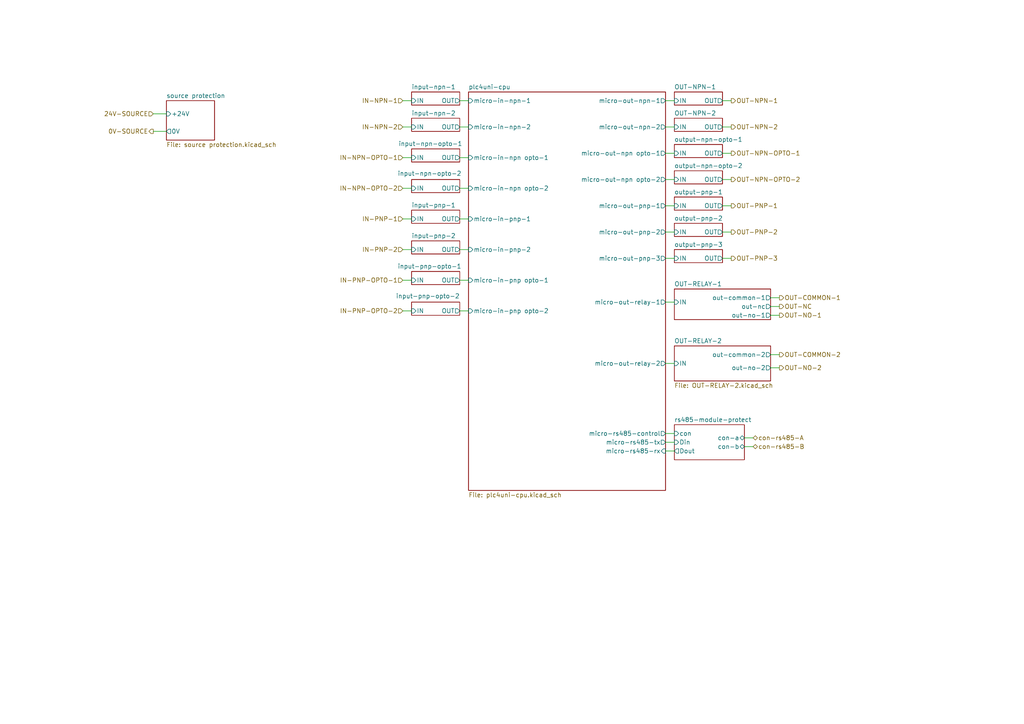
<source format=kicad_sch>
(kicad_sch
	(version 20250114)
	(generator "eeschema")
	(generator_version "9.0")
	(uuid "108a2b00-63fb-4531-b432-4e190b2d8ee6")
	(paper "A4")
	(lib_symbols)
	(wire
		(pts
			(xy 209.55 74.93) (xy 212.09 74.93)
		)
		(stroke
			(width 0)
			(type default)
		)
		(uuid "08e2428c-6899-469c-b433-cecf74bb0e9b")
	)
	(wire
		(pts
			(xy 133.35 63.5) (xy 135.89 63.5)
		)
		(stroke
			(width 0)
			(type default)
		)
		(uuid "0bc9b6be-5cdc-4ee6-8e0e-39d28396e47e")
	)
	(wire
		(pts
			(xy 209.55 29.21) (xy 212.09 29.21)
		)
		(stroke
			(width 0)
			(type default)
		)
		(uuid "12563cf5-327a-46d7-8d76-5d10a4101e4b")
	)
	(wire
		(pts
			(xy 223.52 102.87) (xy 226.06 102.87)
		)
		(stroke
			(width 0)
			(type default)
		)
		(uuid "1257bb80-4274-4699-8bf1-182e3d15f6d3")
	)
	(wire
		(pts
			(xy 116.84 63.5) (xy 119.38 63.5)
		)
		(stroke
			(width 0)
			(type default)
		)
		(uuid "158c3a5d-6702-44e8-a264-b8c7b03699c8")
	)
	(wire
		(pts
			(xy 133.35 54.61) (xy 135.89 54.61)
		)
		(stroke
			(width 0)
			(type default)
		)
		(uuid "178b2a28-925c-4acd-abc2-0ee5f7035520")
	)
	(wire
		(pts
			(xy 193.04 74.93) (xy 195.58 74.93)
		)
		(stroke
			(width 0)
			(type default)
		)
		(uuid "1cbb8e10-156f-4d85-8142-74ad761bcc51")
	)
	(wire
		(pts
			(xy 193.04 105.41) (xy 195.58 105.41)
		)
		(stroke
			(width 0)
			(type default)
		)
		(uuid "1de3b157-452b-44ab-bf7b-28efd5ac835f")
	)
	(wire
		(pts
			(xy 209.55 44.45) (xy 212.09 44.45)
		)
		(stroke
			(width 0)
			(type default)
		)
		(uuid "1e9a1edc-150e-4a19-98d5-1e277596b6d5")
	)
	(wire
		(pts
			(xy 116.84 29.21) (xy 119.38 29.21)
		)
		(stroke
			(width 0)
			(type default)
		)
		(uuid "2ba707cf-9454-40a6-b7a1-1f0a61a364e0")
	)
	(wire
		(pts
			(xy 193.04 87.63) (xy 195.58 87.63)
		)
		(stroke
			(width 0)
			(type default)
		)
		(uuid "30ebae37-a35d-40ca-8f6e-68888cc93512")
	)
	(wire
		(pts
			(xy 223.52 91.44) (xy 226.06 91.44)
		)
		(stroke
			(width 0)
			(type default)
		)
		(uuid "3e595b28-5351-4c03-8aad-36b17380d608")
	)
	(wire
		(pts
			(xy 209.55 59.69) (xy 212.09 59.69)
		)
		(stroke
			(width 0)
			(type default)
		)
		(uuid "44a9a054-2aa7-49a2-9dae-043d62551458")
	)
	(wire
		(pts
			(xy 193.04 36.83) (xy 195.58 36.83)
		)
		(stroke
			(width 0)
			(type default)
		)
		(uuid "4548bc9c-ad10-4e5b-826c-e7409e4e790f")
	)
	(wire
		(pts
			(xy 116.84 45.72) (xy 119.38 45.72)
		)
		(stroke
			(width 0)
			(type default)
		)
		(uuid "4794d94a-79b0-46e3-aec6-5e814c907279")
	)
	(wire
		(pts
			(xy 223.52 86.36) (xy 226.06 86.36)
		)
		(stroke
			(width 0)
			(type default)
		)
		(uuid "4cca040e-80fa-49ba-aa86-e5ac502928ee")
	)
	(wire
		(pts
			(xy 193.04 128.27) (xy 195.58 128.27)
		)
		(stroke
			(width 0)
			(type default)
		)
		(uuid "57d7d43c-3eaf-464b-ad38-56b66b1e89c1")
	)
	(wire
		(pts
			(xy 133.35 29.21) (xy 135.89 29.21)
		)
		(stroke
			(width 0)
			(type default)
		)
		(uuid "5a447963-c15f-4bcb-96cb-c25007c782ed")
	)
	(wire
		(pts
			(xy 133.35 45.72) (xy 135.89 45.72)
		)
		(stroke
			(width 0)
			(type default)
		)
		(uuid "5a9c0d4a-7b0e-43a5-9a63-6afb1609f990")
	)
	(wire
		(pts
			(xy 215.9 127) (xy 218.44 127)
		)
		(stroke
			(width 0)
			(type default)
		)
		(uuid "6591e24e-7c7a-4321-bb0d-3546c6e67406")
	)
	(wire
		(pts
			(xy 116.84 81.28) (xy 119.38 81.28)
		)
		(stroke
			(width 0)
			(type default)
		)
		(uuid "696ab09e-ff9f-4bf2-a22a-d9255af69731")
	)
	(wire
		(pts
			(xy 193.04 130.81) (xy 195.58 130.81)
		)
		(stroke
			(width 0)
			(type default)
		)
		(uuid "779c8005-12ce-456f-9d1d-c110055d714e")
	)
	(wire
		(pts
			(xy 116.84 36.83) (xy 119.38 36.83)
		)
		(stroke
			(width 0)
			(type default)
		)
		(uuid "7921fd0d-8d7d-432f-8470-c5d0e7099288")
	)
	(wire
		(pts
			(xy 44.45 33.02) (xy 48.26 33.02)
		)
		(stroke
			(width 0)
			(type default)
		)
		(uuid "898f87e9-a835-4f0e-b177-58727d678011")
	)
	(wire
		(pts
			(xy 215.9 129.54) (xy 218.44 129.54)
		)
		(stroke
			(width 0)
			(type default)
		)
		(uuid "8b96f23e-fcfc-47f9-aab9-4b55b2cfb986")
	)
	(wire
		(pts
			(xy 209.55 36.83) (xy 212.09 36.83)
		)
		(stroke
			(width 0)
			(type default)
		)
		(uuid "8d7da78e-0b0a-4552-a5ca-cda61331393a")
	)
	(wire
		(pts
			(xy 116.84 54.61) (xy 119.38 54.61)
		)
		(stroke
			(width 0)
			(type default)
		)
		(uuid "968714ba-ca63-4521-b43a-65acc23a71b8")
	)
	(wire
		(pts
			(xy 193.04 52.07) (xy 195.58 52.07)
		)
		(stroke
			(width 0)
			(type default)
		)
		(uuid "96b98948-c2fa-41e5-819a-41c5a80ba4d3")
	)
	(wire
		(pts
			(xy 133.35 36.83) (xy 135.89 36.83)
		)
		(stroke
			(width 0)
			(type default)
		)
		(uuid "9cb07727-1380-4578-ba1b-654046bd84fe")
	)
	(wire
		(pts
			(xy 193.04 44.45) (xy 195.58 44.45)
		)
		(stroke
			(width 0)
			(type default)
		)
		(uuid "adccb5f3-1075-44b6-8503-c4d6aea45c2d")
	)
	(wire
		(pts
			(xy 193.04 67.31) (xy 195.58 67.31)
		)
		(stroke
			(width 0)
			(type default)
		)
		(uuid "b27cac00-8686-4a5d-ae04-ca2f34ee2493")
	)
	(wire
		(pts
			(xy 193.04 125.73) (xy 195.58 125.73)
		)
		(stroke
			(width 0)
			(type default)
		)
		(uuid "b47c16d5-2abd-4112-8c80-2fa90826f77f")
	)
	(wire
		(pts
			(xy 223.52 88.9) (xy 226.06 88.9)
		)
		(stroke
			(width 0)
			(type default)
		)
		(uuid "b8487e61-b337-40d5-8957-40bd7822655d")
	)
	(wire
		(pts
			(xy 133.35 90.17) (xy 135.89 90.17)
		)
		(stroke
			(width 0)
			(type default)
		)
		(uuid "bdcf8fe9-7147-4b35-8eec-6abc4c7924c9")
	)
	(wire
		(pts
			(xy 193.04 59.69) (xy 195.58 59.69)
		)
		(stroke
			(width 0)
			(type default)
		)
		(uuid "bf8516f0-dbbb-4cb5-acf3-e3ee69112f21")
	)
	(wire
		(pts
			(xy 209.55 67.31) (xy 212.09 67.31)
		)
		(stroke
			(width 0)
			(type default)
		)
		(uuid "c2d76827-d02f-4b40-b818-46f3ae687ea3")
	)
	(wire
		(pts
			(xy 193.04 29.21) (xy 195.58 29.21)
		)
		(stroke
			(width 0)
			(type default)
		)
		(uuid "c9b0d4ae-dec2-4ad5-9952-4dd79948917b")
	)
	(wire
		(pts
			(xy 133.35 81.28) (xy 135.89 81.28)
		)
		(stroke
			(width 0)
			(type default)
		)
		(uuid "d04e8108-ce60-4d3c-8ae4-b7a6eaabdd32")
	)
	(wire
		(pts
			(xy 116.84 72.39) (xy 119.38 72.39)
		)
		(stroke
			(width 0)
			(type default)
		)
		(uuid "d236b918-a4cf-4b25-82ec-d2a08457c460")
	)
	(wire
		(pts
			(xy 133.35 72.39) (xy 135.89 72.39)
		)
		(stroke
			(width 0)
			(type default)
		)
		(uuid "db0d2875-be84-4dc8-8b6a-e9fe211b9788")
	)
	(wire
		(pts
			(xy 116.84 90.17) (xy 119.38 90.17)
		)
		(stroke
			(width 0)
			(type default)
		)
		(uuid "dde25f3f-93b4-450a-b490-8b4068e5ac09")
	)
	(wire
		(pts
			(xy 209.55 52.07) (xy 212.09 52.07)
		)
		(stroke
			(width 0)
			(type default)
		)
		(uuid "ee9ac2f9-0c80-46c6-af96-c62ca1a393b1")
	)
	(wire
		(pts
			(xy 44.45 38.1) (xy 48.26 38.1)
		)
		(stroke
			(width 0)
			(type default)
		)
		(uuid "eec32aa8-83b1-40cb-bd7b-6f1bcd3d511d")
	)
	(wire
		(pts
			(xy 223.52 106.68) (xy 226.06 106.68)
		)
		(stroke
			(width 0)
			(type default)
		)
		(uuid "f70ebdc0-18b4-4f65-961d-714f21810c4f")
	)
	(hierarchical_label "OUT-NPN-2"
		(shape output)
		(at 212.09 36.83 0)
		(effects
			(font
				(size 1.27 1.27)
			)
			(justify left)
		)
		(uuid "04dd8a8c-00c6-4afd-9d1a-13d38bd4f80a")
	)
	(hierarchical_label "OUT-COMMON-2"
		(shape output)
		(at 226.06 102.87 0)
		(effects
			(font
				(size 1.27 1.27)
			)
			(justify left)
		)
		(uuid "099f9a67-722c-4dd1-b911-fcdf9276c5cb")
	)
	(hierarchical_label "IN-PNP-OPTO-1"
		(shape input)
		(at 116.84 81.28 180)
		(effects
			(font
				(size 1.27 1.27)
			)
			(justify right)
		)
		(uuid "0f667b4a-b49d-400b-b7b4-e94c028ba462")
	)
	(hierarchical_label "IN-NPN-2"
		(shape input)
		(at 116.84 36.83 180)
		(effects
			(font
				(size 1.27 1.27)
			)
			(justify right)
		)
		(uuid "13218d48-171d-4d2d-be0f-359b3d7a3581")
	)
	(hierarchical_label "IN-NPN-1"
		(shape input)
		(at 116.84 29.21 180)
		(effects
			(font
				(size 1.27 1.27)
			)
			(justify right)
		)
		(uuid "27d3d8ea-107a-4b51-a6c3-daa783575657")
	)
	(hierarchical_label "con-rs485-A"
		(shape bidirectional)
		(at 218.44 127 0)
		(effects
			(font
				(size 1.27 1.27)
			)
			(justify left)
		)
		(uuid "2cc158d4-10d8-48f3-81f4-137bd527e310")
	)
	(hierarchical_label "OUT-COMMON-1"
		(shape output)
		(at 226.06 86.36 0)
		(effects
			(font
				(size 1.27 1.27)
			)
			(justify left)
		)
		(uuid "455db09d-7043-4299-b828-072137c5c2ae")
	)
	(hierarchical_label "OUT-NC"
		(shape output)
		(at 226.06 88.9 0)
		(effects
			(font
				(size 1.27 1.27)
			)
			(justify left)
		)
		(uuid "46082926-8d46-4834-8118-3d73286a81df")
	)
	(hierarchical_label "OUT-NPN-OPTO-1"
		(shape output)
		(at 212.09 44.45 0)
		(effects
			(font
				(size 1.27 1.27)
			)
			(justify left)
		)
		(uuid "48e06bc6-04e0-4544-878e-4c81c91757fe")
	)
	(hierarchical_label "OUT-PNP-3"
		(shape output)
		(at 212.09 74.93 0)
		(effects
			(font
				(size 1.27 1.27)
			)
			(justify left)
		)
		(uuid "6f936573-07eb-4d38-8c32-b885b0a8811f")
	)
	(hierarchical_label "24V-SOURCE"
		(shape input)
		(at 44.45 33.02 180)
		(effects
			(font
				(size 1.27 1.27)
			)
			(justify right)
		)
		(uuid "831e0300-5462-496c-95f4-4b063dcb772c")
	)
	(hierarchical_label "OUT-PNP-1"
		(shape output)
		(at 212.09 59.69 0)
		(effects
			(font
				(size 1.27 1.27)
			)
			(justify left)
		)
		(uuid "85fb80e0-ab0e-4cd8-aadf-6b462f2e6c93")
	)
	(hierarchical_label "OUT-PNP-2"
		(shape output)
		(at 212.09 67.31 0)
		(effects
			(font
				(size 1.27 1.27)
			)
			(justify left)
		)
		(uuid "97e72727-4708-473d-9443-49ef980a787b")
	)
	(hierarchical_label "0V-SOURCE"
		(shape output)
		(at 44.45 38.1 180)
		(effects
			(font
				(size 1.27 1.27)
			)
			(justify right)
		)
		(uuid "99811977-8021-4f1f-8824-3bc4b0ae388b")
	)
	(hierarchical_label "IN-NPN-OPTO-2"
		(shape input)
		(at 116.84 54.61 180)
		(effects
			(font
				(size 1.27 1.27)
			)
			(justify right)
		)
		(uuid "ac9cbb6b-c95e-4cb5-828e-f797bf4a8b8d")
	)
	(hierarchical_label "OUT-NO-2"
		(shape output)
		(at 226.06 106.68 0)
		(effects
			(font
				(size 1.27 1.27)
			)
			(justify left)
		)
		(uuid "b078cb7a-aaf3-4dd5-b2cf-b690bebd6c9f")
	)
	(hierarchical_label "OUT-NPN-OPTO-2"
		(shape output)
		(at 212.09 52.07 0)
		(effects
			(font
				(size 1.27 1.27)
			)
			(justify left)
		)
		(uuid "c226bf1e-852f-4f78-81ea-3f4a319e192a")
	)
	(hierarchical_label "OUT-NPN-1"
		(shape output)
		(at 212.09 29.21 0)
		(effects
			(font
				(size 1.27 1.27)
			)
			(justify left)
		)
		(uuid "c65f5c53-74b8-442c-b16a-65bf3ead4f91")
	)
	(hierarchical_label "IN-NPN-OPTO-1"
		(shape input)
		(at 116.84 45.72 180)
		(effects
			(font
				(size 1.27 1.27)
			)
			(justify right)
		)
		(uuid "d1c7a64c-fb35-4b59-b312-a5986277c6f4")
	)
	(hierarchical_label "IN-PNP-1"
		(shape input)
		(at 116.84 63.5 180)
		(effects
			(font
				(size 1.27 1.27)
			)
			(justify right)
		)
		(uuid "d94b0989-1075-4ab8-b68a-010be4543fcd")
	)
	(hierarchical_label "OUT-NO-1"
		(shape output)
		(at 226.06 91.44 0)
		(effects
			(font
				(size 1.27 1.27)
			)
			(justify left)
		)
		(uuid "e15bf9b3-fa0c-4d47-8993-648a1b031fb9")
	)
	(hierarchical_label "IN-PNP-2"
		(shape input)
		(at 116.84 72.39 180)
		(effects
			(font
				(size 1.27 1.27)
			)
			(justify right)
		)
		(uuid "e3d563f9-f8bb-4dc5-a442-ccf1e2597ea3")
	)
	(hierarchical_label "IN-PNP-OPTO-2"
		(shape input)
		(at 116.84 90.17 180)
		(effects
			(font
				(size 1.27 1.27)
			)
			(justify right)
		)
		(uuid "f333045c-119a-46b5-8f05-5f218a91c4a2")
	)
	(hierarchical_label "con-rs485-B"
		(shape bidirectional)
		(at 218.44 129.54 0)
		(effects
			(font
				(size 1.27 1.27)
			)
			(justify left)
		)
		(uuid "f49e5e10-f357-413e-8f8c-6eb009aaf531")
	)
	(sheet
		(at 195.58 34.29)
		(size 13.97 3.81)
		(exclude_from_sim no)
		(in_bom yes)
		(on_board yes)
		(dnp no)
		(fields_autoplaced yes)
		(stroke
			(width 0.1524)
			(type solid)
		)
		(fill
			(color 0 0 0 0.0000)
		)
		(uuid "0301c99c-e2fc-48a2-b28b-2cb1809d95a0")
		(property "Sheetname" "OUT-NPN-2"
			(at 195.58 33.5784 0)
			(effects
				(font
					(size 1.27 1.27)
				)
				(justify left bottom)
			)
		)
		(property "Sheetfile" "OUT-NPN-1.kicad_sch"
			(at 195.58 38.6846 0)
			(effects
				(font
					(size 1.27 1.27)
				)
				(justify left top)
				(hide yes)
			)
		)
		(pin "IN" input
			(at 195.58 36.83 180)
			(uuid "a18896dc-cb32-4db7-8687-9f3728bb7fc8")
			(effects
				(font
					(size 1.27 1.27)
				)
				(justify left)
			)
		)
		(pin "OUT" output
			(at 209.55 36.83 0)
			(uuid "e6f5c6d3-630f-455c-aa98-8af88349e1ea")
			(effects
				(font
					(size 1.27 1.27)
				)
				(justify right)
			)
		)
		(instances
			(project "Diseños de circuitos"
				(path "/65c875c0-73bd-43df-b6cd-4a685398cace/3b453a73-5bb7-4645-a7e8-6e186968fa05"
					(page "8")
				)
			)
		)
	)
	(sheet
		(at 195.58 57.15)
		(size 13.97 3.81)
		(exclude_from_sim no)
		(in_bom yes)
		(on_board yes)
		(dnp no)
		(fields_autoplaced yes)
		(stroke
			(width 0.1524)
			(type solid)
		)
		(fill
			(color 0 0 0 0.0000)
		)
		(uuid "08601dd5-d4a9-417f-ac60-8e7e9f1053de")
		(property "Sheetname" "output-pnp-1"
			(at 195.58 56.4384 0)
			(effects
				(font
					(size 1.27 1.27)
				)
				(justify left bottom)
			)
		)
		(property "Sheetfile" "output-pnp.kicad_sch"
			(at 195.58 61.5446 0)
			(effects
				(font
					(size 1.27 1.27)
				)
				(justify left top)
				(hide yes)
			)
		)
		(pin "IN" input
			(at 195.58 59.69 180)
			(uuid "e8b134bb-732e-4340-89cb-77e525085c4c")
			(effects
				(font
					(size 1.27 1.27)
				)
				(justify left)
			)
		)
		(pin "OUT" output
			(at 209.55 59.69 0)
			(uuid "8ef68b16-c40c-49a7-824f-8f070c61fa6a")
			(effects
				(font
					(size 1.27 1.27)
				)
				(justify right)
			)
		)
		(instances
			(project "Diseños de circuitos"
				(path "/65c875c0-73bd-43df-b6cd-4a685398cace/3b453a73-5bb7-4645-a7e8-6e186968fa05"
					(page "9")
				)
			)
		)
	)
	(sheet
		(at 119.38 52.07)
		(size 13.97 3.81)
		(exclude_from_sim no)
		(in_bom yes)
		(on_board yes)
		(dnp no)
		(stroke
			(width 0.1524)
			(type solid)
		)
		(fill
			(color 0 0 0 0.0000)
		)
		(uuid "18a5a959-934f-45c5-942a-0d3e3c8a5a1f")
		(property "Sheetname" "input-npn-opto-2"
			(at 115.316 51.054 0)
			(effects
				(font
					(size 1.27 1.27)
				)
				(justify left bottom)
			)
		)
		(property "Sheetfile" "input-npn-opto.kicad_sch"
			(at 119.38 56.4646 0)
			(effects
				(font
					(size 1.27 1.27)
				)
				(justify left top)
				(hide yes)
			)
		)
		(pin "IN" input
			(at 119.38 54.61 180)
			(uuid "3835b6cc-0e4a-4d95-af26-e96fed0c8e18")
			(effects
				(font
					(size 1.27 1.27)
				)
				(justify left)
			)
		)
		(pin "OUT" output
			(at 133.35 54.61 0)
			(uuid "d6cd4b91-267f-4ae7-8e0d-c502b186d6e9")
			(effects
				(font
					(size 1.27 1.27)
				)
				(justify right)
			)
		)
		(instances
			(project "Diseños de circuitos"
				(path "/65c875c0-73bd-43df-b6cd-4a685398cace/3b453a73-5bb7-4645-a7e8-6e186968fa05"
					(page "14")
				)
			)
		)
	)
	(sheet
		(at 119.38 78.74)
		(size 13.97 3.81)
		(exclude_from_sim no)
		(in_bom yes)
		(on_board yes)
		(dnp no)
		(stroke
			(width 0.1524)
			(type solid)
		)
		(fill
			(color 0 0 0 0.0000)
		)
		(uuid "2006756a-aab7-49c5-bc20-9cefa85464a4")
		(property "Sheetname" "input-pnp-opto-1"
			(at 115.316 77.978 0)
			(effects
				(font
					(size 1.27 1.27)
				)
				(justify left bottom)
			)
		)
		(property "Sheetfile" "input-pnp-opto.kicad_sch"
			(at 119.38 83.1346 0)
			(effects
				(font
					(size 1.27 1.27)
				)
				(justify left top)
				(hide yes)
			)
		)
		(pin "IN" input
			(at 119.38 81.28 180)
			(uuid "f1e8b415-a1f6-4a62-9b21-d2350fb91cd0")
			(effects
				(font
					(size 1.27 1.27)
				)
				(justify left)
			)
		)
		(pin "OUT" output
			(at 133.35 81.28 0)
			(uuid "0e797b3a-6240-49da-9c3b-5c2cf8ad33bd")
			(effects
				(font
					(size 1.27 1.27)
				)
				(justify right)
			)
		)
		(instances
			(project "Diseños de circuitos"
				(path "/65c875c0-73bd-43df-b6cd-4a685398cace/3b453a73-5bb7-4645-a7e8-6e186968fa05"
					(page "11")
				)
			)
		)
	)
	(sheet
		(at 119.38 26.67)
		(size 13.97 3.81)
		(exclude_from_sim no)
		(in_bom yes)
		(on_board yes)
		(dnp no)
		(fields_autoplaced yes)
		(stroke
			(width 0.1524)
			(type solid)
		)
		(fill
			(color 0 0 0 0.0000)
		)
		(uuid "2b288a7a-cc1f-443e-993d-9f7a4eb93332")
		(property "Sheetname" "input-npn-1"
			(at 119.38 25.9584 0)
			(effects
				(font
					(size 1.27 1.27)
				)
				(justify left bottom)
			)
		)
		(property "Sheetfile" "input-npn.kicad_sch"
			(at 119.38 31.0646 0)
			(effects
				(font
					(size 1.27 1.27)
				)
				(justify left top)
				(hide yes)
			)
		)
		(pin "IN" input
			(at 119.38 29.21 180)
			(uuid "1bdcd406-f07d-4cac-ae2e-ae5c190660fe")
			(effects
				(font
					(size 1.27 1.27)
				)
				(justify left)
			)
		)
		(pin "OUT" output
			(at 133.35 29.21 0)
			(uuid "ce023f8e-1828-400a-a6f8-e036a7771d00")
			(effects
				(font
					(size 1.27 1.27)
				)
				(justify right)
			)
		)
		(instances
			(project "Diseños de circuitos"
				(path "/65c875c0-73bd-43df-b6cd-4a685398cace/3b453a73-5bb7-4645-a7e8-6e186968fa05"
					(page "6")
				)
			)
		)
	)
	(sheet
		(at 195.58 83.82)
		(size 27.94 8.89)
		(exclude_from_sim no)
		(in_bom yes)
		(on_board yes)
		(dnp no)
		(fields_autoplaced yes)
		(stroke
			(width 0.1524)
			(type solid)
		)
		(fill
			(color 0 0 0 0.0000)
		)
		(uuid "300cbd4a-1c9e-448a-950a-bfd812e6e5a0")
		(property "Sheetname" "OUT-RELAY-1"
			(at 195.58 83.1084 0)
			(effects
				(font
					(size 1.27 1.27)
				)
				(justify left bottom)
			)
		)
		(property "Sheetfile" "OUT-RELAY-1.kicad_sch"
			(at 195.58 93.2946 0)
			(effects
				(font
					(size 1.27 1.27)
				)
				(justify left top)
				(hide yes)
			)
		)
		(pin "IN" input
			(at 195.58 87.63 180)
			(uuid "84041b24-cd78-44f0-acc0-dd0deef81c85")
			(effects
				(font
					(size 1.27 1.27)
				)
				(justify left)
			)
		)
		(pin "out-common-1" output
			(at 223.52 86.36 0)
			(uuid "1fa481a9-fdc1-4fb7-b1a8-f39a7807ebf3")
			(effects
				(font
					(size 1.27 1.27)
				)
				(justify right)
			)
		)
		(pin "out-nc" output
			(at 223.52 88.9 0)
			(uuid "95d1e681-efe6-4acf-b00b-53fb86c79bd9")
			(effects
				(font
					(size 1.27 1.27)
				)
				(justify right)
			)
		)
		(pin "out-no-1" output
			(at 223.52 91.44 0)
			(uuid "097b0a90-fee8-4097-a2dd-075fda7d696d")
			(effects
				(font
					(size 1.27 1.27)
				)
				(justify right)
			)
		)
		(instances
			(project "Diseños de circuitos"
				(path "/65c875c0-73bd-43df-b6cd-4a685398cace/3b453a73-5bb7-4645-a7e8-6e186968fa05"
					(page "22")
				)
			)
		)
	)
	(sheet
		(at 195.58 49.53)
		(size 13.97 3.81)
		(exclude_from_sim no)
		(in_bom yes)
		(on_board yes)
		(dnp no)
		(fields_autoplaced yes)
		(stroke
			(width 0.1524)
			(type solid)
		)
		(fill
			(color 0 0 0 0.0000)
		)
		(uuid "304245ed-3772-43ea-9156-20acc62cd04b")
		(property "Sheetname" "output-npn-opto-2"
			(at 195.58 48.8184 0)
			(effects
				(font
					(size 1.27 1.27)
				)
				(justify left bottom)
			)
		)
		(property "Sheetfile" "output-npn-opto.kicad_sch"
			(at 195.58 53.9246 0)
			(effects
				(font
					(size 1.27 1.27)
				)
				(justify left top)
				(hide yes)
			)
		)
		(pin "IN" input
			(at 195.58 52.07 180)
			(uuid "2e00b808-fa3a-42b5-aff6-5b6a866c497f")
			(effects
				(font
					(size 1.27 1.27)
				)
				(justify left)
			)
		)
		(pin "OUT" output
			(at 209.55 52.07 0)
			(uuid "3ec60d6d-778d-456f-acca-fe33addea918")
			(effects
				(font
					(size 1.27 1.27)
				)
				(justify right)
			)
		)
		(instances
			(project "Diseños de circuitos"
				(path "/65c875c0-73bd-43df-b6cd-4a685398cace/3b453a73-5bb7-4645-a7e8-6e186968fa05"
					(page "18")
				)
			)
		)
	)
	(sheet
		(at 195.58 100.33)
		(size 27.94 10.16)
		(exclude_from_sim no)
		(in_bom yes)
		(on_board yes)
		(dnp no)
		(fields_autoplaced yes)
		(stroke
			(width 0.1524)
			(type solid)
		)
		(fill
			(color 0 0 0 0.0000)
		)
		(uuid "389c123e-9538-4704-bdfd-eda3950b0dc6")
		(property "Sheetname" "OUT-RELAY-2"
			(at 195.58 99.6184 0)
			(effects
				(font
					(size 1.27 1.27)
				)
				(justify left bottom)
			)
		)
		(property "Sheetfile" "OUT-RELAY-2.kicad_sch"
			(at 195.58 111.0746 0)
			(effects
				(font
					(size 1.27 1.27)
				)
				(justify left top)
			)
		)
		(pin "IN" input
			(at 195.58 105.41 180)
			(uuid "389622e9-fbb7-45cb-980c-19a8d14d2e62")
			(effects
				(font
					(size 1.27 1.27)
				)
				(justify left)
			)
		)
		(pin "out-common-2" output
			(at 223.52 102.87 0)
			(uuid "df65d5dd-cd71-4ffc-a91f-389904008b60")
			(effects
				(font
					(size 1.27 1.27)
				)
				(justify right)
			)
		)
		(pin "out-no-2" output
			(at 223.52 106.68 0)
			(uuid "c0635e30-78cc-4cab-a58b-2aa1f622828e")
			(effects
				(font
					(size 1.27 1.27)
				)
				(justify right)
			)
		)
		(instances
			(project "Diseños de circuitos"
				(path "/65c875c0-73bd-43df-b6cd-4a685398cace/3b453a73-5bb7-4645-a7e8-6e186968fa05"
					(page "23")
				)
			)
		)
	)
	(sheet
		(at 195.58 72.39)
		(size 13.97 3.81)
		(exclude_from_sim no)
		(in_bom yes)
		(on_board yes)
		(dnp no)
		(fields_autoplaced yes)
		(stroke
			(width 0.1524)
			(type solid)
		)
		(fill
			(color 0 0 0 0.0000)
		)
		(uuid "3aaa579e-8be9-4ebd-978a-eaa385a6d1bd")
		(property "Sheetname" "output-pnp-3"
			(at 195.58 71.6784 0)
			(effects
				(font
					(size 1.27 1.27)
				)
				(justify left bottom)
			)
		)
		(property "Sheetfile" "output-pnp.kicad_sch"
			(at 195.58 76.7846 0)
			(effects
				(font
					(size 1.27 1.27)
				)
				(justify left top)
				(hide yes)
			)
		)
		(pin "IN" input
			(at 195.58 74.93 180)
			(uuid "4027d900-6d15-49ef-944c-b6fdf66f6f9c")
			(effects
				(font
					(size 1.27 1.27)
				)
				(justify left)
			)
		)
		(pin "OUT" output
			(at 209.55 74.93 0)
			(uuid "174512e0-2665-48ad-bc92-8854707891b1")
			(effects
				(font
					(size 1.27 1.27)
				)
				(justify right)
			)
		)
		(instances
			(project "Diseños de circuitos"
				(path "/65c875c0-73bd-43df-b6cd-4a685398cace/3b453a73-5bb7-4645-a7e8-6e186968fa05"
					(page "20")
				)
			)
		)
	)
	(sheet
		(at 119.38 43.18)
		(size 13.97 3.81)
		(exclude_from_sim no)
		(in_bom yes)
		(on_board yes)
		(dnp no)
		(stroke
			(width 0.1524)
			(type solid)
		)
		(fill
			(color 0 0 0 0.0000)
		)
		(uuid "3cd430b2-5f69-4494-bc7a-0defee76e210")
		(property "Sheetname" "input-npn-opto-1"
			(at 115.57 42.418 0)
			(effects
				(font
					(size 1.27 1.27)
				)
				(justify left bottom)
			)
		)
		(property "Sheetfile" "input-npn-opto.kicad_sch"
			(at 119.38 47.5746 0)
			(effects
				(font
					(size 1.27 1.27)
				)
				(justify left top)
				(hide yes)
			)
		)
		(pin "IN" input
			(at 119.38 45.72 180)
			(uuid "5281bbab-7d15-4b08-a049-c225c8a36d62")
			(effects
				(font
					(size 1.27 1.27)
				)
				(justify left)
			)
		)
		(pin "OUT" output
			(at 133.35 45.72 0)
			(uuid "b66bef81-97d0-4b84-b957-5c27edc05762")
			(effects
				(font
					(size 1.27 1.27)
				)
				(justify right)
			)
		)
		(instances
			(project "Diseños de circuitos"
				(path "/65c875c0-73bd-43df-b6cd-4a685398cace/3b453a73-5bb7-4645-a7e8-6e186968fa05"
					(page "10")
				)
			)
		)
	)
	(sheet
		(at 119.38 69.85)
		(size 13.97 3.81)
		(exclude_from_sim no)
		(in_bom yes)
		(on_board yes)
		(dnp no)
		(fields_autoplaced yes)
		(stroke
			(width 0.1524)
			(type solid)
		)
		(fill
			(color 0 0 0 0.0000)
		)
		(uuid "3fda5391-68ec-4247-925a-af66065cf103")
		(property "Sheetname" "input-pnp-2"
			(at 119.38 69.1384 0)
			(effects
				(font
					(size 1.27 1.27)
				)
				(justify left bottom)
			)
		)
		(property "Sheetfile" "input-pnp.kicad_sch"
			(at 119.38 74.2446 0)
			(effects
				(font
					(size 1.27 1.27)
				)
				(justify left top)
				(hide yes)
			)
		)
		(pin "IN" input
			(at 119.38 72.39 180)
			(uuid "b3a30f73-96e5-4190-9017-e4a864cd4819")
			(effects
				(font
					(size 1.27 1.27)
				)
				(justify left)
			)
		)
		(pin "OUT" output
			(at 133.35 72.39 0)
			(uuid "f1fbbd52-e721-4e48-aa39-03b616106947")
			(effects
				(font
					(size 1.27 1.27)
				)
				(justify right)
			)
		)
		(instances
			(project "Diseños de circuitos"
				(path "/65c875c0-73bd-43df-b6cd-4a685398cace/3b453a73-5bb7-4645-a7e8-6e186968fa05"
					(page "15")
				)
			)
		)
	)
	(sheet
		(at 195.58 64.77)
		(size 13.97 3.81)
		(exclude_from_sim no)
		(in_bom yes)
		(on_board yes)
		(dnp no)
		(fields_autoplaced yes)
		(stroke
			(width 0.1524)
			(type solid)
		)
		(fill
			(color 0 0 0 0.0000)
		)
		(uuid "48d5bd32-67a3-4006-82b9-c27ca88fb9f6")
		(property "Sheetname" "output-pnp-2"
			(at 195.58 64.0584 0)
			(effects
				(font
					(size 1.27 1.27)
				)
				(justify left bottom)
			)
		)
		(property "Sheetfile" "output-pnp.kicad_sch"
			(at 195.58 69.1646 0)
			(effects
				(font
					(size 1.27 1.27)
				)
				(justify left top)
				(hide yes)
			)
		)
		(pin "IN" input
			(at 195.58 67.31 180)
			(uuid "f7fbc486-6de5-4181-8ca8-c04542607063")
			(effects
				(font
					(size 1.27 1.27)
				)
				(justify left)
			)
		)
		(pin "OUT" output
			(at 209.55 67.31 0)
			(uuid "9c030957-c756-489f-b71d-cf11fe4d4fda")
			(effects
				(font
					(size 1.27 1.27)
				)
				(justify right)
			)
		)
		(instances
			(project "Diseños de circuitos"
				(path "/65c875c0-73bd-43df-b6cd-4a685398cace/3b453a73-5bb7-4645-a7e8-6e186968fa05"
					(page "19")
				)
			)
		)
	)
	(sheet
		(at 195.58 41.91)
		(size 13.97 3.81)
		(exclude_from_sim no)
		(in_bom yes)
		(on_board yes)
		(dnp no)
		(fields_autoplaced yes)
		(stroke
			(width 0.1524)
			(type solid)
		)
		(fill
			(color 0 0 0 0.0000)
		)
		(uuid "51c169c5-6841-4f27-afaa-a4e6455b756e")
		(property "Sheetname" "output-npn-opto-1"
			(at 195.58 41.1984 0)
			(effects
				(font
					(size 1.27 1.27)
				)
				(justify left bottom)
			)
		)
		(property "Sheetfile" "output-npn-opto.kicad_sch"
			(at 195.58 46.3046 0)
			(effects
				(font
					(size 1.27 1.27)
				)
				(justify left top)
				(hide yes)
			)
		)
		(pin "IN" input
			(at 195.58 44.45 180)
			(uuid "4647cda5-532d-4501-aae5-0693e7a337bb")
			(effects
				(font
					(size 1.27 1.27)
				)
				(justify left)
			)
		)
		(pin "OUT" output
			(at 209.55 44.45 0)
			(uuid "5816e244-d69a-4ccc-9212-79fd0d38c97f")
			(effects
				(font
					(size 1.27 1.27)
				)
				(justify right)
			)
		)
		(instances
			(project "Diseños de circuitos"
				(path "/65c875c0-73bd-43df-b6cd-4a685398cace/3b453a73-5bb7-4645-a7e8-6e186968fa05"
					(page "12")
				)
			)
		)
	)
	(sheet
		(at 135.89 26.67)
		(size 57.15 115.57)
		(exclude_from_sim no)
		(in_bom yes)
		(on_board yes)
		(dnp no)
		(fields_autoplaced yes)
		(stroke
			(width 0.1524)
			(type solid)
		)
		(fill
			(color 0 0 0 0.0000)
		)
		(uuid "677b1a53-9a61-4664-8076-5db4c5298998")
		(property "Sheetname" "plc4uni-cpu"
			(at 135.89 25.9584 0)
			(effects
				(font
					(size 1.27 1.27)
				)
				(justify left bottom)
			)
		)
		(property "Sheetfile" "plc4uni-cpu.kicad_sch"
			(at 135.89 142.8246 0)
			(effects
				(font
					(size 1.27 1.27)
				)
				(justify left top)
			)
		)
		(pin "micro-rs485-rx" input
			(at 193.04 130.81 0)
			(uuid "e925d9e5-39d9-4832-be27-1e6fe78b74e1")
			(effects
				(font
					(size 1.27 1.27)
				)
				(justify right)
			)
		)
		(pin "micro-rs485-tx" output
			(at 193.04 128.27 0)
			(uuid "a913c0a6-2a9e-4179-a85e-d8cc850e54b2")
			(effects
				(font
					(size 1.27 1.27)
				)
				(justify right)
			)
		)
		(pin "micro-rs485-control" output
			(at 193.04 125.73 0)
			(uuid "c02c1654-76b4-4a88-b013-881dfbf0f9ec")
			(effects
				(font
					(size 1.27 1.27)
				)
				(justify right)
			)
		)
		(pin "micro-in-npn opto-1" input
			(at 135.89 45.72 180)
			(uuid "284dac0c-11a0-4e8c-bc29-83d5c376ca40")
			(effects
				(font
					(size 1.27 1.27)
				)
				(justify left)
			)
		)
		(pin "micro-in-npn opto-2" input
			(at 135.89 54.61 180)
			(uuid "190ab8dd-e9dd-4140-8980-b02de391965b")
			(effects
				(font
					(size 1.27 1.27)
				)
				(justify left)
			)
		)
		(pin "micro-in-npn-1" input
			(at 135.89 29.21 180)
			(uuid "8662fa85-9bac-4463-8aa7-499ba2baab7e")
			(effects
				(font
					(size 1.27 1.27)
				)
				(justify left)
			)
		)
		(pin "micro-in-npn-2" input
			(at 135.89 36.83 180)
			(uuid "16d090f5-3578-4e8e-aa7e-d1b506ba4697")
			(effects
				(font
					(size 1.27 1.27)
				)
				(justify left)
			)
		)
		(pin "micro-in-pnp opto-1" input
			(at 135.89 81.28 180)
			(uuid "edff27e0-b0d5-4af8-900a-99bc045bf003")
			(effects
				(font
					(size 1.27 1.27)
				)
				(justify left)
			)
		)
		(pin "micro-in-pnp opto-2" input
			(at 135.89 90.17 180)
			(uuid "2ff24111-27c1-418b-a8d6-9827cc0526b7")
			(effects
				(font
					(size 1.27 1.27)
				)
				(justify left)
			)
		)
		(pin "micro-in-pnp-1" input
			(at 135.89 63.5 180)
			(uuid "823ddaf2-ec26-48de-b89c-a090c75528e2")
			(effects
				(font
					(size 1.27 1.27)
				)
				(justify left)
			)
		)
		(pin "micro-in-pnp-2" input
			(at 135.89 72.39 180)
			(uuid "13cfd840-6132-4c3b-9e85-b1a142611297")
			(effects
				(font
					(size 1.27 1.27)
				)
				(justify left)
			)
		)
		(pin "micro-out-npn opto-1" output
			(at 193.04 44.45 0)
			(uuid "b3bad490-348d-4ef3-bd09-701a23e27ba2")
			(effects
				(font
					(size 1.27 1.27)
				)
				(justify right)
			)
		)
		(pin "micro-out-npn opto-2" output
			(at 193.04 52.07 0)
			(uuid "d3c16a16-08ae-4c01-954a-54a0e9cd42a5")
			(effects
				(font
					(size 1.27 1.27)
				)
				(justify right)
			)
		)
		(pin "micro-out-npn-1" output
			(at 193.04 29.21 0)
			(uuid "1f1b7960-7e55-49f1-9756-4aabbabaf67a")
			(effects
				(font
					(size 1.27 1.27)
				)
				(justify right)
			)
		)
		(pin "micro-out-npn-2" output
			(at 193.04 36.83 0)
			(uuid "e0d2cecb-6e60-4351-ac11-c0f19656bac6")
			(effects
				(font
					(size 1.27 1.27)
				)
				(justify right)
			)
		)
		(pin "micro-out-pnp-1" output
			(at 193.04 59.69 0)
			(uuid "e25d6b76-a76c-4c21-aded-db09bf0e418d")
			(effects
				(font
					(size 1.27 1.27)
				)
				(justify right)
			)
		)
		(pin "micro-out-pnp-2" output
			(at 193.04 67.31 0)
			(uuid "cc15eefb-579b-425e-9605-6f07160094ce")
			(effects
				(font
					(size 1.27 1.27)
				)
				(justify right)
			)
		)
		(pin "micro-out-pnp-3" output
			(at 193.04 74.93 0)
			(uuid "0a31e5a0-f7cf-469c-939e-2915b7879fb8")
			(effects
				(font
					(size 1.27 1.27)
				)
				(justify right)
			)
		)
		(pin "micro-out-relay-1" output
			(at 193.04 87.63 0)
			(uuid "52424143-7a23-4488-8299-a25bfe3fc81b")
			(effects
				(font
					(size 1.27 1.27)
				)
				(justify right)
			)
		)
		(pin "micro-out-relay-2" output
			(at 193.04 105.41 0)
			(uuid "c6618390-9c06-4578-a931-a86c7b44e68e")
			(effects
				(font
					(size 1.27 1.27)
				)
				(justify right)
			)
		)
		(instances
			(project "Diseños de circuitos"
				(path "/65c875c0-73bd-43df-b6cd-4a685398cace/3b453a73-5bb7-4645-a7e8-6e186968fa05"
					(page "4")
				)
			)
		)
	)
	(sheet
		(at 119.38 87.63)
		(size 13.97 3.81)
		(exclude_from_sim no)
		(in_bom yes)
		(on_board yes)
		(dnp no)
		(stroke
			(width 0.1524)
			(type solid)
		)
		(fill
			(color 0 0 0 0.0000)
		)
		(uuid "bb43bc0c-30de-472b-b8df-e649003c6193")
		(property "Sheetname" "input-pnp-opto-2"
			(at 114.808 86.614 0)
			(effects
				(font
					(size 1.27 1.27)
				)
				(justify left bottom)
			)
		)
		(property "Sheetfile" "input-pnp-opto.kicad_sch"
			(at 119.38 92.0246 0)
			(effects
				(font
					(size 1.27 1.27)
				)
				(justify left top)
				(hide yes)
			)
		)
		(pin "IN" input
			(at 119.38 90.17 180)
			(uuid "b6a3d343-82e2-420b-9154-dd7515f23744")
			(effects
				(font
					(size 1.27 1.27)
				)
				(justify left)
			)
		)
		(pin "OUT" output
			(at 133.35 90.17 0)
			(uuid "c6df9f0c-09f2-45a8-8538-1553f75062d9")
			(effects
				(font
					(size 1.27 1.27)
				)
				(justify right)
			)
		)
		(instances
			(project "Diseños de circuitos"
				(path "/65c875c0-73bd-43df-b6cd-4a685398cace/3b453a73-5bb7-4645-a7e8-6e186968fa05"
					(page "16")
				)
			)
		)
	)
	(sheet
		(at 119.38 60.96)
		(size 13.97 3.81)
		(exclude_from_sim no)
		(in_bom yes)
		(on_board yes)
		(dnp no)
		(fields_autoplaced yes)
		(stroke
			(width 0.1524)
			(type solid)
		)
		(fill
			(color 0 0 0 0.0000)
		)
		(uuid "bf649f5a-c2ab-4302-9c45-5b956e1bc781")
		(property "Sheetname" "input-pnp-1"
			(at 119.38 60.2484 0)
			(effects
				(font
					(size 1.27 1.27)
				)
				(justify left bottom)
			)
		)
		(property "Sheetfile" "input-pnp.kicad_sch"
			(at 119.38 65.3546 0)
			(effects
				(font
					(size 1.27 1.27)
				)
				(justify left top)
				(hide yes)
			)
		)
		(pin "IN" input
			(at 119.38 63.5 180)
			(uuid "56b985c4-8c62-4b24-b235-b4f3acbe7a9b")
			(effects
				(font
					(size 1.27 1.27)
				)
				(justify left)
			)
		)
		(pin "OUT" output
			(at 133.35 63.5 0)
			(uuid "3f18741c-dae4-4927-874e-58150b3f34c8")
			(effects
				(font
					(size 1.27 1.27)
				)
				(justify right)
			)
		)
		(instances
			(project "Diseños de circuitos"
				(path "/65c875c0-73bd-43df-b6cd-4a685398cace/3b453a73-5bb7-4645-a7e8-6e186968fa05"
					(page "7")
				)
			)
		)
	)
	(sheet
		(at 119.38 34.29)
		(size 13.97 3.81)
		(exclude_from_sim no)
		(in_bom yes)
		(on_board yes)
		(dnp no)
		(fields_autoplaced yes)
		(stroke
			(width 0.1524)
			(type solid)
		)
		(fill
			(color 0 0 0 0.0000)
		)
		(uuid "cd55effb-790d-42d9-83a5-ffdce689eed1")
		(property "Sheetname" "input-npn-2"
			(at 119.38 33.5784 0)
			(effects
				(font
					(size 1.27 1.27)
				)
				(justify left bottom)
			)
		)
		(property "Sheetfile" "input-npn.kicad_sch"
			(at 119.38 38.6846 0)
			(effects
				(font
					(size 1.27 1.27)
				)
				(justify left top)
				(hide yes)
			)
		)
		(pin "IN" input
			(at 119.38 36.83 180)
			(uuid "43437c1f-821a-47b7-b0b1-2cbe05807396")
			(effects
				(font
					(size 1.27 1.27)
				)
				(justify left)
			)
		)
		(pin "OUT" output
			(at 133.35 36.83 0)
			(uuid "ff0567f5-abfd-41c5-a41a-6a1f4b1fb7a6")
			(effects
				(font
					(size 1.27 1.27)
				)
				(justify right)
			)
		)
		(instances
			(project "Diseños de circuitos"
				(path "/65c875c0-73bd-43df-b6cd-4a685398cace/3b453a73-5bb7-4645-a7e8-6e186968fa05"
					(page "13")
				)
			)
		)
	)
	(sheet
		(at 48.26 29.21)
		(size 13.97 11.43)
		(exclude_from_sim no)
		(in_bom yes)
		(on_board yes)
		(dnp no)
		(fields_autoplaced yes)
		(stroke
			(width 0.1524)
			(type solid)
		)
		(fill
			(color 0 0 0 0.0000)
		)
		(uuid "de35c4cd-dec3-4999-96c6-2b4bc5552c34")
		(property "Sheetname" "source protection"
			(at 48.26 28.4984 0)
			(effects
				(font
					(size 1.27 1.27)
				)
				(justify left bottom)
			)
		)
		(property "Sheetfile" "source protection.kicad_sch"
			(at 48.26 41.2246 0)
			(effects
				(font
					(size 1.27 1.27)
				)
				(justify left top)
			)
		)
		(pin "+24V" input
			(at 48.26 33.02 180)
			(uuid "2c84f9e8-4790-4870-bc8d-accfa5c8b4db")
			(effects
				(font
					(size 1.27 1.27)
				)
				(justify left)
			)
		)
		(pin "0V" output
			(at 48.26 38.1 180)
			(uuid "728bbdfd-dc88-4185-980a-cfcdc38bba1a")
			(effects
				(font
					(size 1.27 1.27)
				)
				(justify left)
			)
		)
		(instances
			(project "Diseños de circuitos"
				(path "/65c875c0-73bd-43df-b6cd-4a685398cace/3b453a73-5bb7-4645-a7e8-6e186968fa05"
					(page "21")
				)
			)
		)
	)
	(sheet
		(at 195.58 26.67)
		(size 13.97 3.81)
		(exclude_from_sim no)
		(in_bom yes)
		(on_board yes)
		(dnp no)
		(fields_autoplaced yes)
		(stroke
			(width 0.1524)
			(type solid)
		)
		(fill
			(color 0 0 0 0.0000)
		)
		(uuid "df4d481e-cf6b-4768-8155-8dc78f281dec")
		(property "Sheetname" "OUT-NPN-1"
			(at 195.58 25.9584 0)
			(effects
				(font
					(size 1.27 1.27)
				)
				(justify left bottom)
			)
		)
		(property "Sheetfile" "OUT-NPN-1.kicad_sch"
			(at 195.58 31.0646 0)
			(effects
				(font
					(size 1.27 1.27)
				)
				(justify left top)
				(hide yes)
			)
		)
		(pin "IN" input
			(at 195.58 29.21 180)
			(uuid "0ab734f1-30be-4974-8fcd-3a78a1a53ef3")
			(effects
				(font
					(size 1.27 1.27)
				)
				(justify left)
			)
		)
		(pin "OUT" output
			(at 209.55 29.21 0)
			(uuid "a5228d53-d219-4d18-b50f-84a0778c6ad3")
			(effects
				(font
					(size 1.27 1.27)
				)
				(justify right)
			)
		)
		(instances
			(project "Diseños de circuitos"
				(path "/65c875c0-73bd-43df-b6cd-4a685398cace/3b453a73-5bb7-4645-a7e8-6e186968fa05"
					(page "19")
				)
			)
		)
	)
	(sheet
		(at 195.58 123.19)
		(size 20.32 10.16)
		(exclude_from_sim no)
		(in_bom yes)
		(on_board yes)
		(dnp no)
		(fields_autoplaced yes)
		(stroke
			(width 0.1524)
			(type solid)
		)
		(fill
			(color 0 0 0 0.0000)
		)
		(uuid "e8b1a732-4397-461b-a47a-0ae5205e7b91")
		(property "Sheetname" "rs485-module-protect"
			(at 195.58 122.4784 0)
			(effects
				(font
					(size 1.27 1.27)
				)
				(justify left bottom)
			)
		)
		(property "Sheetfile" "rs485-module-protect.kicad_sch"
			(at 195.58 133.9346 0)
			(effects
				(font
					(size 1.27 1.27)
				)
				(justify left top)
				(hide yes)
			)
		)
		(pin "con" input
			(at 195.58 125.73 180)
			(uuid "65d80739-84da-44d7-95f1-25cee9cc732c")
			(effects
				(font
					(size 1.27 1.27)
				)
				(justify left)
			)
		)
		(pin "con-a" bidirectional
			(at 215.9 127 0)
			(uuid "598b14d7-42cf-47cd-903c-e1ea35f435cd")
			(effects
				(font
					(size 1.27 1.27)
				)
				(justify right)
			)
		)
		(pin "con-b" bidirectional
			(at 215.9 129.54 0)
			(uuid "8d4b1131-38b8-4c0f-9f35-34aec303ec91")
			(effects
				(font
					(size 1.27 1.27)
				)
				(justify right)
			)
		)
		(pin "Din" input
			(at 195.58 128.27 180)
			(uuid "88bc6ae7-0f39-4266-8615-312121eb0f11")
			(effects
				(font
					(size 1.27 1.27)
				)
				(justify left)
			)
		)
		(pin "Dout" output
			(at 195.58 130.81 180)
			(uuid "19d4d73e-f4f4-4d84-8959-1ea26e721d9a")
			(effects
				(font
					(size 1.27 1.27)
				)
				(justify left)
			)
		)
		(instances
			(project "Diseños de circuitos"
				(path "/65c875c0-73bd-43df-b6cd-4a685398cace/3b453a73-5bb7-4645-a7e8-6e186968fa05"
					(page "3")
				)
			)
		)
	)
)

</source>
